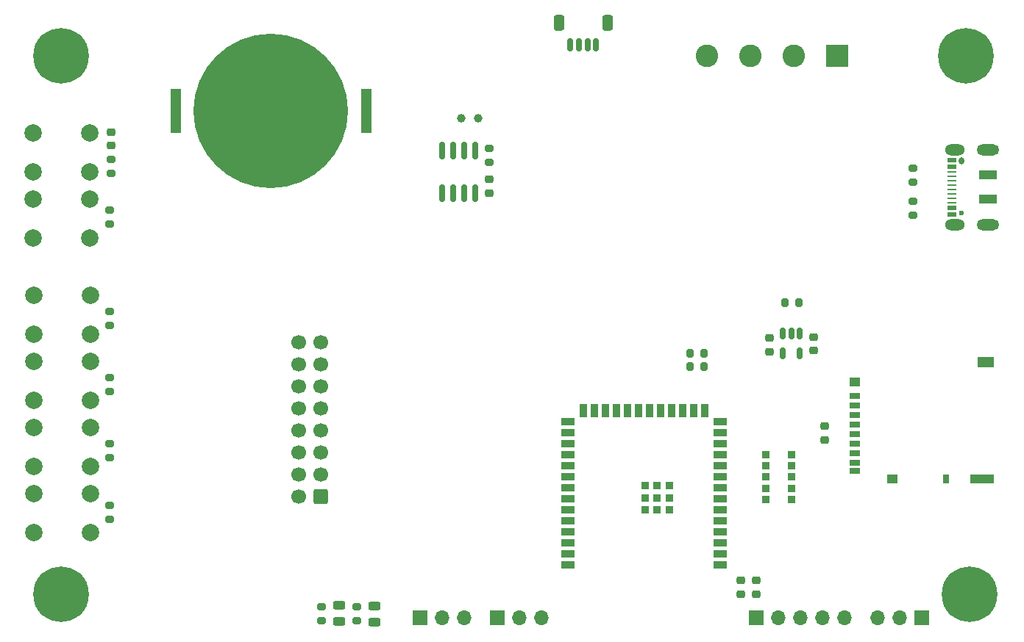
<source format=gbr>
%TF.GenerationSoftware,KiCad,Pcbnew,7.0.1*%
%TF.CreationDate,2023-04-28T22:50:49+01:00*%
%TF.ProjectId,clock25,636c6f63-6b32-4352-9e6b-696361645f70,rev?*%
%TF.SameCoordinates,Original*%
%TF.FileFunction,Soldermask,Top*%
%TF.FilePolarity,Negative*%
%FSLAX46Y46*%
G04 Gerber Fmt 4.6, Leading zero omitted, Abs format (unit mm)*
G04 Created by KiCad (PCBNEW 7.0.1) date 2023-04-28 22:50:49*
%MOMM*%
%LPD*%
G01*
G04 APERTURE LIST*
G04 Aperture macros list*
%AMRoundRect*
0 Rectangle with rounded corners*
0 $1 Rounding radius*
0 $2 $3 $4 $5 $6 $7 $8 $9 X,Y pos of 4 corners*
0 Add a 4 corners polygon primitive as box body*
4,1,4,$2,$3,$4,$5,$6,$7,$8,$9,$2,$3,0*
0 Add four circle primitives for the rounded corners*
1,1,$1+$1,$2,$3*
1,1,$1+$1,$4,$5*
1,1,$1+$1,$6,$7*
1,1,$1+$1,$8,$9*
0 Add four rect primitives between the rounded corners*
20,1,$1+$1,$2,$3,$4,$5,0*
20,1,$1+$1,$4,$5,$6,$7,0*
20,1,$1+$1,$6,$7,$8,$9,0*
20,1,$1+$1,$8,$9,$2,$3,0*%
G04 Aperture macros list end*
%ADD10R,0.900000X0.900000*%
%ADD11C,0.800000*%
%ADD12C,6.400000*%
%ADD13C,2.000000*%
%ADD14R,1.700000X1.700000*%
%ADD15O,1.700000X1.700000*%
%ADD16RoundRect,0.200000X-0.275000X0.200000X-0.275000X-0.200000X0.275000X-0.200000X0.275000X0.200000X0*%
%ADD17RoundRect,0.243750X0.456250X-0.243750X0.456250X0.243750X-0.456250X0.243750X-0.456250X-0.243750X0*%
%ADD18RoundRect,0.225000X-0.250000X0.225000X-0.250000X-0.225000X0.250000X-0.225000X0.250000X0.225000X0*%
%ADD19R,1.200000X0.700000*%
%ADD20R,0.800000X1.000000*%
%ADD21R,1.200000X1.000000*%
%ADD22R,2.800000X1.000000*%
%ADD23R,1.900000X1.300000*%
%ADD24RoundRect,0.150000X-0.150000X0.512500X-0.150000X-0.512500X0.150000X-0.512500X0.150000X0.512500X0*%
%ADD25O,2.600000X1.300000*%
%ADD26O,2.300000X1.300000*%
%ADD27R,1.000000X0.520000*%
%ADD28R,1.000000X0.270000*%
%ADD29O,0.600000X0.850000*%
%ADD30R,2.000000X1.000000*%
%ADD31C,0.600000*%
%ADD32C,1.000000*%
%ADD33RoundRect,0.200000X0.275000X-0.200000X0.275000X0.200000X-0.275000X0.200000X-0.275000X-0.200000X0*%
%ADD34R,1.500000X0.900000*%
%ADD35R,0.900000X1.500000*%
%ADD36RoundRect,0.150000X-0.150000X-0.625000X0.150000X-0.625000X0.150000X0.625000X-0.150000X0.625000X0*%
%ADD37RoundRect,0.250000X-0.350000X-0.650000X0.350000X-0.650000X0.350000X0.650000X-0.350000X0.650000X0*%
%ADD38R,1.270000X5.080000*%
%ADD39C,17.800000*%
%ADD40RoundRect,0.200000X-0.200000X-0.275000X0.200000X-0.275000X0.200000X0.275000X-0.200000X0.275000X0*%
%ADD41RoundRect,0.150000X-0.150000X0.825000X-0.150000X-0.825000X0.150000X-0.825000X0.150000X0.825000X0*%
%ADD42RoundRect,0.200000X0.200000X0.275000X-0.200000X0.275000X-0.200000X-0.275000X0.200000X-0.275000X0*%
%ADD43RoundRect,0.250000X0.600000X0.600000X-0.600000X0.600000X-0.600000X-0.600000X0.600000X-0.600000X0*%
%ADD44C,1.700000*%
%ADD45R,2.600000X2.600000*%
%ADD46C,2.600000*%
G04 APERTURE END LIST*
D10*
%TO.C,R7*%
X178030000Y-120964000D03*
X178030000Y-119644000D03*
X178030000Y-118364000D03*
X178030000Y-117084000D03*
X178030000Y-115764000D03*
X175030000Y-115764000D03*
X175030000Y-117084000D03*
X175030000Y-118364000D03*
X175030000Y-119644000D03*
X175030000Y-120964000D03*
%TD*%
D11*
%TO.C,REF\u002A\u002A*%
X195720000Y-69850000D03*
X196422944Y-68152944D03*
X196422944Y-71547056D03*
X198120000Y-67450000D03*
D12*
X198120000Y-69850000D03*
D11*
X198120000Y-72250000D03*
X199817056Y-68152944D03*
X199817056Y-71547056D03*
X200520000Y-69850000D03*
%TD*%
D13*
%TO.C,SW4*%
X90805000Y-105065000D03*
X97305000Y-105065000D03*
X90805000Y-109565000D03*
X97305000Y-109565000D03*
%TD*%
D14*
%TO.C,J8*%
X135270000Y-134620000D03*
D15*
X137810000Y-134620000D03*
X140350000Y-134620000D03*
%TD*%
D16*
%TO.C,R2*%
X192024000Y-86551000D03*
X192024000Y-88201000D03*
%TD*%
D17*
%TO.C,D2*%
X130048000Y-135128000D03*
X130048000Y-133253000D03*
%TD*%
D18*
%TO.C,C3*%
X173990000Y-130289000D03*
X173990000Y-131839000D03*
%TD*%
D19*
%TO.C,J6*%
X185315000Y-108985000D03*
X185315000Y-110085000D03*
X185315000Y-111185000D03*
X185315000Y-112285000D03*
X185315000Y-113385000D03*
X185315000Y-114485000D03*
X185315000Y-115585000D03*
X185315000Y-116685000D03*
X185315000Y-117635000D03*
D20*
X195815000Y-118585000D03*
D21*
X189615000Y-118585000D03*
D22*
X199965000Y-118585000D03*
D21*
X185315000Y-107435000D03*
D23*
X200415000Y-105085000D03*
%TD*%
D24*
%TO.C,U2*%
X178938000Y-101854000D03*
X177988000Y-101854000D03*
X177038000Y-101854000D03*
X177038000Y-104129000D03*
X178938000Y-104129000D03*
%TD*%
D25*
%TO.C,J1*%
X200660000Y-80640000D03*
D26*
X196835000Y-80640000D03*
D25*
X200660000Y-89280000D03*
D26*
X196835000Y-89280000D03*
D27*
X196460000Y-88060000D03*
X196460000Y-87310000D03*
D28*
X196460000Y-86210000D03*
X196460000Y-85710000D03*
X196460000Y-84710000D03*
X196460000Y-83710000D03*
D27*
X196460000Y-82610000D03*
X196460000Y-81860000D03*
X196460000Y-81860000D03*
X196460000Y-82610000D03*
D28*
X196460000Y-83210000D03*
X196460000Y-84210000D03*
X196460000Y-85210000D03*
X196460000Y-86710000D03*
D27*
X196460000Y-87310000D03*
X196460000Y-88060000D03*
D29*
X197560000Y-81960000D03*
D30*
X200660000Y-83560000D03*
X200660000Y-86360000D03*
D31*
X197560000Y-87960000D03*
%TD*%
D14*
%TO.C,J7*%
X193040000Y-134620000D03*
D15*
X190500000Y-134620000D03*
X187960000Y-134620000D03*
%TD*%
D32*
%TO.C,Y1*%
X141920000Y-77005000D03*
X140020000Y-77005000D03*
%TD*%
D16*
%TO.C,R4*%
X143256000Y-80455000D03*
X143256000Y-82105000D03*
%TD*%
D33*
%TO.C,R1*%
X192024000Y-84391000D03*
X192024000Y-82741000D03*
%TD*%
D17*
%TO.C,D1*%
X125984000Y-135049500D03*
X125984000Y-133174500D03*
%TD*%
D11*
%TO.C,REF\u002A\u002A*%
X91580000Y-69850000D03*
X92282944Y-68152944D03*
X92282944Y-71547056D03*
X93980000Y-67450000D03*
D12*
X93980000Y-69850000D03*
D11*
X93980000Y-72250000D03*
X95677056Y-68152944D03*
X95677056Y-71547056D03*
X96380000Y-69850000D03*
%TD*%
D13*
%TO.C,SW3*%
X90805000Y-97445000D03*
X97305000Y-97445000D03*
X90805000Y-101945000D03*
X97305000Y-101945000D03*
%TD*%
D34*
%TO.C,U1*%
X169810000Y-128500000D03*
X169810000Y-127230000D03*
X169810000Y-125960000D03*
X169810000Y-124690000D03*
X169810000Y-123420000D03*
X169810000Y-122150000D03*
X169810000Y-120880000D03*
X169810000Y-119610000D03*
X169810000Y-118340000D03*
X169810000Y-117070000D03*
X169810000Y-115800000D03*
X169810000Y-114530000D03*
X169810000Y-113260000D03*
X169810000Y-111990000D03*
D35*
X168045000Y-110740000D03*
X166775000Y-110740000D03*
X165505000Y-110740000D03*
X164235000Y-110740000D03*
X162965000Y-110740000D03*
X161695000Y-110740000D03*
X160425000Y-110740000D03*
X159155000Y-110740000D03*
X157885000Y-110740000D03*
X156615000Y-110740000D03*
X155345000Y-110740000D03*
X154075000Y-110740000D03*
D34*
X152310000Y-111990000D03*
X152310000Y-113260000D03*
X152310000Y-114530000D03*
X152310000Y-115800000D03*
X152310000Y-117070000D03*
X152310000Y-118340000D03*
X152310000Y-119610000D03*
X152310000Y-120880000D03*
X152310000Y-122150000D03*
X152310000Y-123420000D03*
X152310000Y-124690000D03*
X152310000Y-125960000D03*
X152310000Y-127230000D03*
X152310000Y-128500000D03*
D10*
X163960000Y-122180000D03*
X163960000Y-120780000D03*
X163960000Y-119380000D03*
X162560000Y-122180000D03*
X162560000Y-120780000D03*
X162560000Y-119380000D03*
X161160000Y-122180000D03*
X161160000Y-120780000D03*
X161160000Y-119380000D03*
%TD*%
D14*
%TO.C,J9*%
X173990000Y-134620000D03*
D15*
X176530000Y-134620000D03*
X179070000Y-134620000D03*
X181610000Y-134620000D03*
X184150000Y-134620000D03*
%TD*%
D18*
%TO.C,C6*%
X175514000Y-102349000D03*
X175514000Y-103899000D03*
%TD*%
%TO.C,C2*%
X99695000Y-78600000D03*
X99695000Y-80150000D03*
%TD*%
D33*
%TO.C,R12*%
X99568000Y-100901000D03*
X99568000Y-99251000D03*
%TD*%
D16*
%TO.C,R9*%
X99568000Y-87567000D03*
X99568000Y-89217000D03*
%TD*%
D33*
%TO.C,R13*%
X99568000Y-108521000D03*
X99568000Y-106871000D03*
%TD*%
%TO.C,R10*%
X123952000Y-134937000D03*
X123952000Y-133287000D03*
%TD*%
D13*
%TO.C,SW5*%
X90805000Y-112685000D03*
X97305000Y-112685000D03*
X90805000Y-117185000D03*
X97305000Y-117185000D03*
%TD*%
D18*
%TO.C,C4*%
X172212000Y-130289000D03*
X172212000Y-131839000D03*
%TD*%
D36*
%TO.C,J4*%
X152545000Y-68565000D03*
X153545000Y-68565000D03*
X154545000Y-68565000D03*
X155545000Y-68565000D03*
D37*
X151245000Y-66040000D03*
X156845000Y-66040000D03*
%TD*%
D11*
%TO.C,REF\u002A\u002A*%
X91580000Y-131872056D03*
X92282944Y-130175000D03*
X92282944Y-133569112D03*
X93980000Y-129472056D03*
D12*
X93980000Y-131872056D03*
D11*
X93980000Y-134272056D03*
X95677056Y-130175000D03*
X95677056Y-133569112D03*
X96380000Y-131872056D03*
%TD*%
D13*
%TO.C,SW6*%
X90805000Y-120305000D03*
X97305000Y-120305000D03*
X90805000Y-124805000D03*
X97305000Y-124805000D03*
%TD*%
D38*
%TO.C,BT1*%
X129095000Y-76200000D03*
X107125000Y-76200000D03*
D39*
X118110000Y-76200000D03*
%TD*%
D40*
%TO.C,R3*%
X177229000Y-98298000D03*
X178879000Y-98298000D03*
%TD*%
D18*
%TO.C,C5*%
X180528000Y-102216500D03*
X180528000Y-103766500D03*
%TD*%
D41*
%TO.C,U3*%
X141605000Y-80710000D03*
X140335000Y-80710000D03*
X139065000Y-80710000D03*
X137795000Y-80710000D03*
X137795000Y-85660000D03*
X139065000Y-85660000D03*
X140335000Y-85660000D03*
X141605000Y-85660000D03*
%TD*%
D33*
%TO.C,R8*%
X99695000Y-83375000D03*
X99695000Y-81725000D03*
%TD*%
D42*
%TO.C,R5*%
X167957000Y-105664000D03*
X166307000Y-105664000D03*
%TD*%
D13*
%TO.C,SW2*%
X90730000Y-86305000D03*
X97230000Y-86305000D03*
X90730000Y-90805000D03*
X97230000Y-90805000D03*
%TD*%
D43*
%TO.C,J2*%
X123825000Y-120650000D03*
D44*
X121285000Y-120650000D03*
X123825000Y-118110000D03*
X121285000Y-118110000D03*
X123825000Y-115570000D03*
X121285000Y-115570000D03*
X123825000Y-113030000D03*
X121285000Y-113030000D03*
X123825000Y-110490000D03*
X121285000Y-110490000D03*
X123825000Y-107950000D03*
X121285000Y-107950000D03*
X123825000Y-105410000D03*
X121285000Y-105410000D03*
X123825000Y-102870000D03*
X121285000Y-102870000D03*
%TD*%
D42*
%TO.C,R6*%
X167957000Y-104140000D03*
X166307000Y-104140000D03*
%TD*%
D11*
%TO.C,REF\u002A\u002A*%
X196147056Y-131872056D03*
X196850000Y-130175000D03*
X196850000Y-133569112D03*
X198547056Y-129472056D03*
D12*
X198547056Y-131872056D03*
D11*
X198547056Y-134272056D03*
X200244112Y-130175000D03*
X200244112Y-133569112D03*
X200947056Y-131872056D03*
%TD*%
D33*
%TO.C,R15*%
X99568000Y-123253000D03*
X99568000Y-121603000D03*
%TD*%
D45*
%TO.C,J3*%
X183275000Y-69850000D03*
D46*
X178275000Y-69850000D03*
X173275000Y-69850000D03*
X168275000Y-69850000D03*
%TD*%
D33*
%TO.C,R11*%
X128016000Y-134937000D03*
X128016000Y-133287000D03*
%TD*%
D18*
%TO.C,C7*%
X181864000Y-112509000D03*
X181864000Y-114059000D03*
%TD*%
%TO.C,C1*%
X143256000Y-84061000D03*
X143256000Y-85611000D03*
%TD*%
D33*
%TO.C,R14*%
X99568000Y-116141000D03*
X99568000Y-114491000D03*
%TD*%
D13*
%TO.C,SW1*%
X90730000Y-78685000D03*
X97230000Y-78685000D03*
X90730000Y-83185000D03*
X97230000Y-83185000D03*
%TD*%
D14*
%TO.C,J5*%
X144160000Y-134595000D03*
D15*
X146700000Y-134595000D03*
X149240000Y-134595000D03*
%TD*%
M02*

</source>
